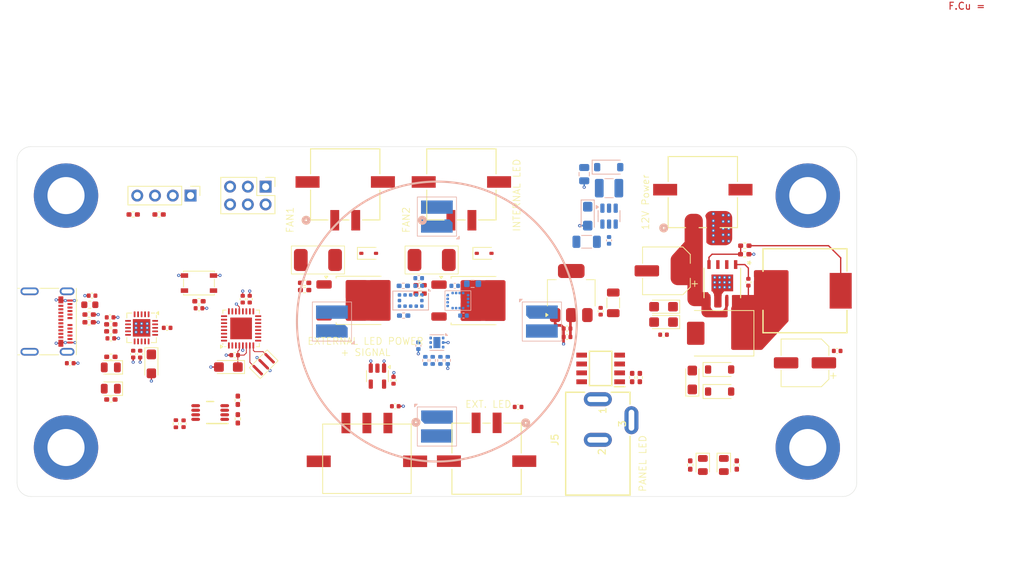
<source format=kicad_pcb>
(kicad_pcb (version 20240108) (generator "pcbnew") (generator_version "8.0")
  (layers (0 "F.Cu" signal) (1 "In1.Cu" signal) (2 "In2.Cu" signal) (31 "B.Cu" signal) (34 "B.Paste" user) (35 "F.Paste" user) (36 "B.SilkS" user "B.Silkscreen") (37 "F.SilkS" user "F.Silkscreen") (38 "B.Mask" user) (39 "F.Mask" user) (44 "Edge.Cuts" user))
  (net 0 "")
  (net 1 "Net-(U1-AREF)")
  (net 2 "GND")
  (net 3 "+5V")
  (net 4 "Net-(C3-Pad1)")
  (net 5 "Net-(C4-Pad1)")
  (net 6 "/MCU/3V3OUT")
  (net 7 "VBUS")
  (net 8 "/Power Supply/12VIN")
  (net 9 "/MCU/~{RESET}")
  (net 10 "+3.3V")
  (net 11 "Net-(U2-~{DTR})")
  (net 12 "+12V")
  (net 13 "Net-(U5-BOOT)")
  (net 14 "Net-(D3-K)")
  (net 15 "Net-(U9-EN)")
  (net 16 "Net-(J1-SHIELD)")
  (net 17 "Net-(D1-A)")
  (net 18 "/MCU/RX_LED")
  (net 19 "Net-(D2-K)")
  (net 20 "Net-(D2-A)")
  (net 21 "Net-(D4-K)")
  (net 22 "/MCU/TX_LED")
  (net 23 "Net-(D5-A)")
  (net 24 "Net-(D6-K)")
  (net 25 "Net-(D6-A)")
  (net 26 "Net-(D9-K)")
  (net 27 "Net-(FB1-Pad1)")
  (net 33 "Net-(J1-CC1)")
  (net 34 "Net-(J1-CC2)")
  (net 40 "/MCU/MISO")
  (net 41 "/MCU/MOSI")
  (net 42 "/MCU/SCK")
  (net 43 "/MCU/SCL")
  (net 44 "/MCU/SDA")
  (net 45 "+5VA")
  (net 46 "/Lighting/DIN_5V")
  (net 47 "Net-(Q1A-G)")
  (net 48 "Net-(Q4-G)")
  (net 49 "Net-(Q5-G)")
  (net 50 "Net-(U2-USBDM)")
  (net 51 "Net-(U2-USBDP)")
  (net 52 "/Power Supply/VSENSE")
  (net 53 "/Lighting/PANEL_LED_PWM")
  (net 54 "/Lighting/INTERNAL_LED_PWM")
  (net 55 "/MCU/PD2")
  (net 56 "/MCU/PD3")
  (net 57 "/Fan/FAN1_PWM")
  (net 58 "/Fan/FAN2_PWM")
  (net 59 "/MCU/A1")
  (net 61 "/MCU/PD7")
  (net 62 "/MCU/A0")
  (net 63 "/MCU/RX_FT232")
  (net 67 "Net-(U1-XTAL1{slash}PB6)")
  (net 68 "/MCU/PD4")
  (net 69 "/MCU/TX_FT232")
  (net 70 "Net-(U1-XTAL2{slash}PB7)")
  (net 71 "/Lighting/LED_EXT_DAT")
  (net 81 "Net-(D10-K)")
  (net 82 "Net-(U13-COMP)")
  (net 83 "Net-(D10-A)")
  (net 84 "Net-(D11-K)")
  (net 85 "Net-(D12-K)")
  (net 86 "Net-(D13-K)")
  (net 87 "Net-(D14-K)")
  (net 88 "Net-(U8-XSHUT)")
  (net 89 "/Sensors/SCL_3V3")
  (net 90 "/Sensors/SDA_3V3")
  (net 91 "Net-(U10-ADD0)")
  (net 92 "Net-(U11-REXT)")
  (net 97 "Net-(J5-Pad2)")
  (footprint "butterfly-footprint-libs:SMD3213-3P" (layer "F.Cu") (at 122.25 110.1 -135)
    (property "Reference" "Y1" (hide yes))
    (property "Value" "16MHz")
  )
  (footprint "butterfly-footprint-libs:DDA8_3P1X2P4-L" (layer "F.Cu") (at 187.785 98.47745 -90)
    (property "Reference" "U5" (hide yes))
    (property "Value" "TPS5450DDAR")
  )
  (footprint "Diode_SMD:D_SOD-323" (layer "F.Cu") (at 153.75 94.25)
    (property "Reference" "D6" (hide yes))
    (property "Value" "B5819WS")
  )
  (footprint "LED_SMD:LED_0805_2012Metric" (layer "F.Cu") (at 185 124.5 -90)
    (property "Reference" "D9" (hide yes))
    (property "Value" "Green")
  )
  (footprint "Resistor_SMD:R_0402_1005Metric_Pad0.72x0.64mm_HandSolder" (layer "F.Cu") (at 118.55 115.25 -90)
    (property "Reference" "R32" (hide yes))
    (property "Value" "2.2k")
  )
  (footprint "Resistor_SMD:R_0402_1005Metric_Pad0.72x0.64mm_HandSolder" (layer "F.Cu") (at 191.001863 93.160589 180)
    (property "Reference" "R9" (hide yes))
    (property "Value" "10k")
  )
  (footprint "Connector_PinHeader_2.54mm:PinHeader_2x03_P2.54mm_Vertical" (layer "F.Cu") (at 122.525 84.725 -90)
    (property "Reference" "J2" (hide yes))
    (property "Value" "AVR-ISP-6")
  )
  (footprint "Diode_SMD:D_SOD-123" (layer "F.Cu") (at 187.400001 110.850001)
    (property "Reference" "D7" (hide yes))
    (property "Value" "MBR0520LT")
  )
  (footprint "Package_TO_SOT_SMD:SOT-23-5" (layer "F.Cu") (at 138.5 111.8 -90)
    (property "Reference" "U4" (hide yes))
    (property "Value" "SN74LVC1G125DBV")
  )
  (footprint "Resistor_SMD:R_0402_1005Metric_Pad0.72x0.64mm_HandSolder" (layer "F.Cu") (at 118.55 117.9 90)
    (property "Reference" "R31" (hide yes))
    (property "Value" "2.2k")
  )
  (footprint "butterfly-footprint-libs:436500312" (layer "F.Cu") (at 137 118.5)
    (property "Reference" "J8" (hide yes))
    (property "Value" "436500312" (hide yes))
  )
  (footprint "LED_SMD:LED_0805_2012Metric" (layer "F.Cu") (at 100.4 113.590001 180)
    (property "Reference" "D1" (hide yes))
    (property "Value" "Green")
  )
  (footprint "Connector_USB:USB_C_Receptacle_Molex_105450-0101" (layer "F.Cu") (at 91.35 104 -90)
    (property "Reference" "J1" (hide yes))
    (property "Value" "1054500101")
  )
  (footprint "Capacitor_Tantalum_SMD:CP_EIA-3216-10_Kemet-I" (layer "F.Cu") (at 117.2 110.5 180)
    (property "Reference" "C6" (hide yes))
    (property "Value" "1uF")
  )
  (footprint "Capacitor_SMD:C_0402_1005Metric" (layer "F.Cu") (at 108.45 104.9)
    (property "Reference" "C16" (hide yes))
    (property "Value" "100nF")
  )
  (footprint "Capacitor_Tantalum_SMD:CP_EIA-3216-10_Kemet-I" (layer "F.Cu") (at 179.385 104.07745 180)
    (property "Reference" "C36" (hide yes))
    (property "Value" "4.7uF")
  )
  (footprint "Capacitor_SMD:C_0402_1005Metric" (layer "F.Cu") (at 94.6 109.95)
    (property "Reference" "C29" (hide yes))
    (property "Value" "10nF")
  )
  (footprint "butterfly-footprint-libs:436500212" (layer "F.Cu") (at 150.5 84.4 180)
    (property "Reference" "J10" (hide yes))
    (property "Value" "436500212")
  )
  (footprint "Capacitor_Tantalum_SMD:CP_EIA-3216-10_Kemet-I" (layer "F.Cu") (at 183.5 112.35 90)
    (property "Reference" "C30" (hide yes))
    (property "Value" "1uF")
  )
  (footprint "Resistor_SMD:R_0402_1005Metric_Pad0.72x0.64mm_HandSolder" (layer "F.Cu") (at 189.850001 124.5 -90)
    (property "Reference" "R15" (hide yes))
    (property "Value" "1k")
  )
  (footprint "Capacitor_SMD:C_0402_1005Metric" (layer "F.Cu") (at 119.25 100.8 90)
    (property "Reference" "C1" (hide yes))
    (property "Value" "100nF")
  )
  (footprint "Capacitor_SMD:C_0402_1005Metric" (layer "F.Cu") (at 191.51 98.37745 -90)
    (property "Reference" "C26" (hide yes))
    (property "Value" "10nF")
  )
  (footprint "Resistor_SMD:R_0402_1005Metric_Pad0.72x0.64mm_HandSolder" (layer "F.Cu") (at 176 112 90)
    (property "Reference" "R12" (hide yes))
    (property "Value" "100")
  )
  (footprint "Diode_SMD:D_SOD-323" (layer "F.Cu") (at 137.25 94.25)
    (property "Reference" "D2" (hide yes))
    (property "Value" "B5819WS")
  )
  (footprint "Resistor_SMD:R_0402_1005Metric_Pad0.72x0.64mm_HandSolder" (layer "F.Cu") (at 113 101.100001 180)
    (property "Reference" "R4" (hide yes))
    (property "Value" "10k")
  )
  (footprint "Resistor_SMD:R_0402_1005Metric_Pad0.72x0.64mm_HandSolder" (layer "F.Cu") (at 144.6 98.81)
    (property "Reference" "R24" (hide yes))
    (property "Value" "100")
  )
  (footprint "Button_Switch_SMD:SW_SPST_PTS810" (layer "F.Cu") (at 113 98.5 180)
    (property "Reference" "SW1" (hide yes))
    (property "Value" "RESET")
  )
  (footprint "butterfly-footprint-libs:0451010.MRL" (layer "F.Cu") (at 146.25 95)
    (property "Reference" "F2" (hide yes))
    (property "Value" "0451010.MRL")
  )
  (footprint "Connector_PinHeader_2.54mm:PinHeader_1x04_P2.54mm_Vertical" (layer "F.Cu") (at 111.8 86 -90)
    (property "Reference" "J4" (hide yes))
    (property "Value" "Conn_01x04")
  )
  (footprint "Capacitor_SMD:C_0402_1005Metric" (layer "F.Cu") (at 103.6 108.65 90)
    (property "Reference" "C5" (hide yes))
    (property "Value" "100nF")
  )
  (footprint "Package_TO_SOT_SMD:TO-252-2" (layer "F.Cu") (at 135.915 100.975)
    (property "Reference" "Q4" (hide yes))
    (property "Value" "NCE3080KA")
  )
  (footprint "Resistor_SMD:R_0402_1005Metric_Pad0.72x0.64mm_HandSolder" (layer "F.Cu") (at 100.4125 115.14 180)
    (property "Reference" "R3" (hide yes))
    (property "Value" "4.7k")
  )
  (footprint "MountingHole:MountingHole_5.3mm_M5_DIN965_Pad" (layer "F.Cu") (at 94 122)
    (property "Reference" "H2" (hide yes))
    (property "Value" "MountingHole_Pad" (hide yes))
  )
  (footprint "Capacitor_SMD:C_0402_1005Metric" (layer "F.Cu") (at 141.05 116.1)
    (property "Reference" "C20" (hide yes))
    (property "Value" "100nF")
  )
  (footprint "Capacitor_SMD:C_0402_1005Metric" (layer "F.Cu") (at 179.385 105.87745)
    (property "Reference" "C25" (hide yes))
    (property "Value" "10nF")
  )
  (footprint "Capacitor_SMD:C_0402_1005Metric" (layer "F.Cu") (at 120.25 100.8 90)
    (property "Reference" "C31" (hide yes))
    (property "Value" "100nF")
  )
  (footprint "Capacitor_SMD:C_0402_1005Metric" (layer "F.Cu") (at 100.3 103.4)
    (property "Reference" "C3" (hide yes))
    (property "Value" "47pF")
  )
  (footprint "Resistor_SMD:R_0402_1005Metric_Pad0.72x0.64mm_HandSolder" (layer "F.Cu") (at 144.6 100 180)
    (property "Reference" "R25" (hide yes))
    (property "Value" "100k")
  )
  (footprint "Resistor_SMD:R_0402_1005Metric" (layer "F.Cu") (at 109.7 118.6 90)
    (property "Reference" "R30" (hide yes))
    (property "Value" "200k")
  )
  (footprint "Resistor_SMD:R_0402_1005Metric_Pad0.72x0.64mm_HandSolder" (layer "F.Cu") (at 97.3 103 180)
    (property "Reference" "R16" (hide yes))
    (property "Value" "5.1k")
  )
  (footprint "Capacitor_SMD:C_0402_1005Metric" (layer "F.Cu") (at 104.6 108.65 90)
    (property "Reference" "C15" (hide yes))
    (property "Value" "100nF")
  )
  (footprint "butterfly-footprint-libs:436500212" (layer "F.Cu") (at 154.1 123.6)
    (property "Reference" "J11" (hide yes))
    (property "Value" "436500212")
  )
  (footprint "Diode_SMD:D_SOD-123" (layer "F.Cu") (at 187.4 114)
    (property "Reference" "D8" (hide yes))
    (property "Value" "MBR0520LT")
  )
  (footprint "Package_TO_SOT_SMD:SOT-223-3_TabPin2" (layer "F.Cu") (at 166.2 99.924999 90)
    (property "Reference" "U7" (hide yes))
    (property "Value" "AMS1117-3.3")
  )
  (footprint "Resistor_SMD:R_0402_1005Metric_Pad0.72x0.64mm_HandSolder" (layer "F.Cu") (at 128.0975 98.468 180)
    (property "Reference" "R7" (hide yes))
    (property "Value" "100k")
  )
  (footprint "Resistor_SMD:R_0402_1005Metric_Pad0.72x0.64mm_HandSolder" (layer "F.Cu") (at 103.6 88.7)
    (property "Reference" "R6" (hide yes))
    (property "Value" "2.2k")
  )
  (footprint "Capacitor_SMD:C_0402_1005Metric" (layer "F.Cu") (at 158.6 116.2)
    (property "Reference" "C22" (hide yes))
    (property "Value" "100nF")
  )
  (footprint "butterfly-footprint-libs:SOIC127P600X175-8N" (layer "F.Cu") (at 170.4 110.7 180)
    (property "Reference" "Q1" (hide yes))
    (property "Value" "FDS8949" (hide yes))
  )
  (footprint "Resistor_SMD:R_0402_1005Metric_Pad0.72x0.64mm_HandSolder" (layer "F.Cu") (at 183.2 124.5 -90)
    (property "Reference" "R27" (hide yes))
    (property "Value" "1k")
  )
  (footprint "Capacitor_Tantalum_SMD:CP_EIA-3216-10_Kemet-I" (layer "F.Cu") (at 179.385 101.87745 180)
    (property "Reference" "C11" (hide yes))
    (property "Value" "4.7uF")
  )
  (footprint "Capacitor_SMD:C_0402_1005Metric" (layer "F.Cu") (at 140.8 112.4 90)
    (property "Reference" "C23" (hide yes))
    (property "Value" "100nF")
  )
  (footprint "Package_TO_SOT_SMD:TO-252-2" (layer "F.Cu") (at 152.34 101.0025)
    (property "Reference" "Q5" (hide yes))
    (property "Value" "NCE3080KA")
  )
  (footprint "MountingHole:MountingHole_5.3mm_M5_DIN965_Pad" (layer "F.Cu") (at 94 86)
    (property "Reference" "H1" (hide yes))
    (property "Value" "MountingHole_Pad" (hide yes))
  )
  (footprint "Package_DFN_QFN:QFN-32-1EP_5x5mm_P0.5mm_EP3.1x3.1mm" (layer "F.Cu") (at 119.02 104.98 90)
    (property "Reference" "U1" (hide yes))
    (property "Value" "ATmega328P-M")
  )
  (footprint "Capacitor_SMD:C_0402_1005Metric" (layer "F.Cu") (at 165.6 106.2 180)
    (property "Reference" "C35" (hide yes))
    (property "Value" "100nF")
  )
  (footprint "Resistor_SMD:R_0402_1005Metric_Pad0.72x0.64mm_HandSolder" (layer "F.Cu") (at 100.4125 109.04 180)
    (property "Reference" "R22" (hide yes))
    (property "Value" "4.7k")
  )
  (footprint "Capacitor_SMD:C_0402_1005Metric" (layer "F.Cu") (at 165.6 105 180)
    (property "Reference" "C34" (hide yes))
    (property "Value" "10uF")
  )
  (footprint "Resistor_SMD:R_0402_1005Metric_Pad0.72x0.64mm_HandSolder" (layer "F.Cu") (at 190.985 94.37745)
    (property "Reference" "R10" (hide yes))
    (property "Value" "3.16k")
  )
  (footprint "Capacitor_SMD:C_0402_1005Metric" (layer "F.Cu") (at 110.8 118.6 -90)
    (property "Reference" "C19" (hide yes))
    (property "Value" "100nF")
  )
  (footprint "Capacitor_SMD:C_0402_1005Metric" (layer "F.Cu") (at 100.4 106.4)
    (property "Reference" "C4" (hide yes))
    (property "Value" "47pF")
  )
  (footprint "LED_SMD:LED_0805_2012Metric" (layer "F.Cu") (at 100.4 110.55 180)
    (property "Reference" "D5" (hide yes))
    (property "Value" "Green")
  )
  (footprint "Capacitor_SMD:C_0402_1005Metric" (layer "F.Cu") (at 113 102.099999)
    (property "Reference" "C12" (hide yes))
    (property "Value" "100nF")
  )
  (footprint "butterfly-footprint-libs:436500212" (layer "F.Cu") (at 185 85.5 180)
    (property "Reference" "J3" (hide yes))
    (property "Value" "436500212")
  )
  (footprint "Inductor_SMD:L_0603_1608Metric" (layer "F.Cu") (at 97.4 101.6)
    (property "Reference" "FB1" (hide yes))
    (property "Value" "150Ω@100MHz")
  )
  (footprint "Capacitor_SMD:CP_Elec_6.3x7.7" (layer "F.Cu") (at 199.6 109.9 180)
    (property "Reference" "C27" (hide yes))
    (property "Value" "330uF")
  )
  (footprint "Capacitor_SMD:C_0402_1005Metric" (layer "F.Cu") (at 170.4 102.524999 90)
    (property "Reference" "C33" (hide yes))
    (property "Value" "100nF")
  )
  (footprint "LED_SMD:LED_0805_2012Metric" (layer "F.Cu") (at 188 124.5 -90)
    (property "Reference" "D4" (hide yes))
    (property "Value" "Yellow")
  )
  (footprint "Resistor_SMD:R_0402_1005Metric_Pad0.72x0.64mm_HandSolder" (layer "F.Cu") (at 128.0975 99.5)
    (property "Reference" "R23" (hide yes))
    (property "Value" "100")
  )
  (footprint "Capacitor_SMD:C_0402_1005Metric" (layer "F.Cu") (at 204.2 108.2)
    (property "Reference" "C28" (hide yes))
    (property "Value" "100nF")
  )
  (footprint "Resistor_SMD:R_0402_1005Metric_Pad0.72x0.64mm_HandSolder" (layer "F.Cu") (at 107.3 88.7 180)
    (property "Reference" "R5" (hide yes))
    (property "Value" "2.2k")
  )
  (footprint "Capacitor_SMD:CP_Elec_6.3x5.4" (layer "F.Cu") (at 179.8 96.75 180)
    (property "Reference" "C10" (hide yes))
    (property "Value" "100uF")
  )
  (footprint "MountingHole:MountingHole_5.3mm_M5_DIN965_Pad" (layer "F.Cu") (at 200 86)
    (property "Reference" "H4" (hide yes))
    (property "Value" "MountingHole_Pad" (hide yes))
  )
  (footprint "butterfly-footprint-libs:694106301002" (layer "F.Cu") (at 170 120.9 90)
    (property "Reference" "J5")
    (property "Value" "694106301002")
  )
  (footprint "Capacitor_Tantalum_SMD:CP_EIA-3216-10_Kemet-I" (layer "F.Cu") (at 106.2 110.05 -90)
    (property "Reference" "C7" (hide yes))
    (property "Value" "4.7uF")
  )
  (footprint "butterfly-footprint-libs:0451010.MRL" (layer "F.Cu") (at 130 95)
    (property "Reference" "F1" (hide yes))
    (property "Value" "0451010.MRL")
  )
  (footprint "Package_DFN_QFN:QFN-20-1EP_4x4mm_P0.5mm_EP2.5x2.5mm" (layer "F.Cu") (at 104.8 104.9 -90)
    (property "Reference" "U2" (hide yes))
    (property "Value" "FT231XQ")
  )
  (footprint "Capacitor_SMD:C_1206_3216Metric" (layer "F.Cu") (at 172.2 101.324999 90)
    (property "Reference" "C32" (hide yes))
    (property "Value" "22uF")
  )
  (footprint "Diode_SMD:D_SMC" (layer "F.Cu") (at 187.385 105.67745 180)
    (property "Reference" "D3" (hide yes))
    (property "Value" "B540C")
  )
  (footprint "butterfly-footprint-libs:DCT0008A_M" (layer "F.Cu") (at 114.6 117 180)
    (property "Reference" "U9" (hide yes))
    (property "Value" "LSF0102DCTR")
  )
  (footprint "Resistor_SMD:R_0402_1005Metric_Pad0.72x0.64mm_HandSolder" (layer "F.Cu") (at 100.4025 104.4)
    (property "Reference" "R2" (hide yes))
    (property "Value" "22")
  )
  (footprint "butterfly-footprint-libs:INDPM120120X800N" (layer "F.Cu") (at 199.6 99.6)
    (property "Reference" "L2" (hide yes))
    (property "Value" "15uH" (hide yes))
  )
  (footprint "Resistor_SMD:R_0402_1005Metric_Pad0.72x0.64mm_HandSolder" (layer "F.Cu") (at 174.9 112 -90)
    (property "Reference" "R11" (hide yes))
    (property "Value" "100k")
  )
  (footprint "Capacitor_SMD:C_0402_1005Metric" (layer "F.Cu") (at 97.72 100.3 180)
    (property "Reference" "C13" (hide yes))
    (property "Value" "10nF")
  )
  (footprint "MountingHole:MountingHole_5.3mm_M5_DIN965_Pad" (layer "F.Cu") (at 200 122)
    (property "Reference" "H3" (hide yes))
    (property "Value" "MountingHole_Pad" (hide yes))
  )
  (footprint "Resistor_SMD:R_0402_1005Metric_Pad0.72x0.64mm_HandSolder" (layer "F.Cu") (at 97.3 104.1)
    (property "Reference" "R26" (hide yes))
    (property "Value" "5.1k")
  )
  (footprint "Resistor_SMD:R_0402_1005Metric_Pad0.72x0.64mm_HandSolder" (layer "F.Cu") (at 100.4025 105.4)
    (property "Reference" "R1" (hide yes))
    (property "Value" "22")
  )
  (footprint "Capacitor_SMD:C_0402_1005Metric" (layer "F.Cu") (at 118.1 108.8 180)
    (property "Reference" "C2" (hide yes))
    (property "Value" "100nF")
  )
  (footprint "butterfly-footprint-libs:436500212" (layer "F.Cu") (at 133.9 84.4 180)
    (property "Reference" "J9" (hide yes))
    (property "Value" "436500212")
  )
  (footprint "Resistor_SMD:R_1206_3216Metric" (layer "B.Cu") (at 168.4 92.6 180)
    (property "Reference" "R13" (hide yes))
    (property "Value" "0.6")
  )
  (footprint "Resistor_SMD:R_0402_1005Metric" (layer "B.Cu") (at 146.4 109.55 90)
    (property "Reference" "R35" (hide yes))
    (property "Value" "0")
  )
  (footprint "Resistor_SMD:R_0603_1608Metric" (layer "B.Cu") (at 152.1 98.6)
    (property "Reference" "R37" (hide yes))
    (property "Value" "3.3M")
  )
  (footprint "Resistor_SMD:R_0402_1005Metric_Pad0.72x0.64mm_HandSolder" (layer "B.Cu") (at 142.2 98.9 180)
    (property "Reference" "R29" (hide yes))
    (property "Value" "10k")
  )
  (footprint "butterfly-footprint-libs:AS7331" (layer "B.Cu") (at 149.25 100 -90)
    (property "Reference" "U11" (hide yes))
    (property "Value" "AS7331")
  )
  (footprint "Capacitor_Tantalum_SMD:CP_EIA-3216-10_Kemet-I" (layer "B.Cu") (at 168.549999 88.9375 -90)
    (property "Reference" "C39" (hide yes))
    (property "Value" "4.7uF")
  )
  (footprint "butterfly-footprint-libs:GW Q9LR33" (layer "B.Cu") (at 162 104)
    (property "Reference" "D14" (hide yes))
    (property "Value" "LED")
  )
  (footprint "Sensor_Distance:ST_VL53L1x" (layer "B.Cu") (at 143.25 101 180)
    (property "Reference" "U8" (hide yes))
    (property "Value" "VL53L0CXV0DH")
  )
  (footprint "Resistor_SMD:R_0402_1005Metric" (layer "B.Cu") (at 147.5 109.55 90)
    (property "Reference" "R34" (hide yes))
    (property "Value" "0")
  )
  (footprint "Capacitor_SMD:C_0402_1005Metric" (layer "B.Cu") (at 144.4 98.9)
    (property "Reference" "C18" (hide yes))
    (property "Value" "100nF")
  )
  (footprint "Diode_SMD:D_SOD-123" (layer "B.Cu") (at 171.549999 81.9375)
    (property "Reference" "D10" (hide yes))
    (property "Value" "MBR0530")
  )
  (footprint "Capacitor_SMD:C_0805_2012Metric" (layer "B.Cu") (at 168.049999 82.9375 -90)
    (property "Reference" "C38" (hide yes))
    (property "Value" "1uF")
  )
  (footprint "Capacitor_SMD:C_0402_1005Metric" (layer "B.Cu") (at 144.35 107.45 90)
    (property "Reference" "C21" (hide yes))
    (property "Value" "100nF")
  )
  (footprint "Package_TO_SOT_SMD:SOT-23-6" (layer "B.Cu") (at 171.6 88.9375 -90)
    (property "Reference" "U13" (hide yes))
    (property "Value" "TPS61165DBV")
  )
  (footprint "Package_SON:WSON-6-1EP_2x2mm_P0.65mm_EP1x1.6mm" (layer "B.Cu") (at 147 107 180)
    (property "Reference" "U10" (hide yes))
    (property "Value" "TMP117AIDRVR")
  )
  (footprint "Resistor_SMD:R_0402_1005Metric" (layer "B.Cu") (at 148.55 109.55 90)
    (property "Reference" "R36" (hide yes))
    (property "Value" "0")
  )
  (footprint "Capacitor_SMD:C_0402_1005Metric" (layer "B.Cu") (at 171.6 92.4 -90)
    (property "Reference" "C40" (hide yes))
    (property "Value" "220nF")
  )
  (footprint "butterfly-footprint-libs:GW Q9LR33" (layer "B.Cu") (at 147 119)
    (property "Reference" "D13" (hide yes))
    (property "Value" "LED")
  )
  (footprint "Capacitor_SMD:C_0402_1005Metric" (layer "B.Cu") (at 150.8 103.15)
    (property "Reference" "C24" (hide yes))
    (property "Value" "100nF")
  )
  (footprint "Inductor_SMD:L_1210_3225Metric" (layer "B.Cu") (at 171.6 84.9375)
    (property "Reference" "L1" (hide yes))
    (property "Value" "10uH")
  )
  (footprint "butterfly-footprint-libs:GW Q9LR33" (layer "B.Cu") (at 147 89 180)
    (property "Reference" "D11" (hide yes))
    (property "Value" "LED")
  )
  (footprint "Resistor_SMD:R_0402_1005Metric_Pad0.72x0.64mm_HandSolder" (layer "B.Cu") (at 142.25 103.15 180)
    (property "Reference" "R28" (hide yes))
    (property "Value" "10k")
  )
  (footprint "butterfly-footprint-libs:GW Q9LR33" (layer "B.Cu") (at 132 104 180)
    (property "Reference" "D12" (hide yes))
    (property "Value" "LED")
  )
  (footprint "Capacitor_SMD:C_0402_1005Metric" (layer "B.Cu") (at 144.4 97.8 180)
    (property "Reference" "C17" (hide yes))
    (property "Value" "4.7uF")
  )
  (footprint "Resistor_SMD:R_0402_1005Metric" (layer "B.Cu") (at 145.35 109.55 90)
    (property "Reference" "R33" (hide yes))
    (property "Value" "0")
  )
  (footprint "Capacitor_SMD:C_0402_1005Metric" (layer "B.Cu") (at 149.55 98.9 180)
    (property "Reference" "C37" (hide yes))
    (property "Value" "100nF")
  )
  (gr_circle (center 147 104) (end 167 104) (stroke (width 0.3)) (fill none) (layer "B.SilkS"))
  (gr_line (start 205 79) (end 89 79) (stroke (width 0.05)) (layer "Edge.Cuts"))
  (gr_line (start 87 81) (end 87 127) (stroke (width 0.05)) (layer "Edge.Cuts"))
  (gr_arc (start 87 81) (mid 87.585786 79.585786) (end 89 79) (stroke (width 0.05)) (layer "Edge.Cuts"))
  (gr_line (start 207 127) (end 207 81) (stroke (width 0.05)) (layer "Edge.Cuts"))
  (gr_arc (start 205 79) (mid 206.414214 79.585786) (end 207 81) (stroke (width 0.05)) (layer "Edge.Cuts"))
  (gr_arc (start 89 129) (mid 87.585786 128.414214) (end 87 127) (stroke (width 0.05)) (layer "Edge.Cuts"))
  (gr_line (start 89 129) (end 205 129) (stroke (width 0.05)) (layer "Edge.Cuts"))
  (gr_arc (start 207 127) (mid 206.414214 128.414214) (end 205 129) (stroke (width 0.05)) (layer "Edge.Cuts"))
  (gr_text "F.Cu = " (at 220 59.5 0) (layer "F.Cu") (effects (font (size 1 1)) (justify left bottom)))
  (gr_text "PANEL LED" (at 177 128.4 90) (layer "F.SilkS") (effects (font (size 1 1) (thickness 0.1)) (justify left bottom)))
  (gr_text "EXTERNAL LED POWER\n+ SIGNAL" (at 136.8 109 0) (layer "F.SilkS") (effects (font (size 1 1) (thickness 0.1)) (justify bottom)))
  (gr_text "12V Power" (at 177.4 91 90) (layer "F.SilkS") (effects (font (size 1 1) (thickness 0.1)) (justify left bottom)))
  (gr_text "EXT. LED" (at 151 116.4 0) (layer "F.SilkS") (effects (font (size 1 1) (thickness 0.1)) (justify left bottom)))
  (gr_text "INTERNAL LED" (at 159 91.2 90) (layer "F.SilkS") (effects (font (size 1 1) (thickness 0.1)) (justify left bottom)))
  (gr_text "FAN1" (at 126.6 91.4 90) (layer "F.SilkS") (effects (font (size 1 1) (thickness 0.1)) (justify left bottom)))
  (gr_text "FAN2" (at 143.2 91.4 90) (layer "F.SilkS") (effects (font (size 1 1) (thickness 0.1)) (justify left bottom)))
  (segment (start 120.25 100.32) (end 120.25 99.65) (width 0.127) (layer "F.Cu") (net 2))
  (segment (start 93.365001 107) (end 93.265 107.100001) (width 0.1905) (layer "F.Cu") (net 2))
  (segment (start 122.25 110.1) (end 123.15 111) (width 0.127) (layer "F.Cu") (net 2))
  (segment (start 92.600001 100.899999) (end 92.6 100.9) (width 0.1905) (layer "F.Cu") (net 2))
  (segment (start 113.48 102.099999) (end 114.099999 102.099999) (width 0.127) (layer "F.Cu") (net 2))
  (segment (start 114.099999 102.099999) (end 114.1 102.1) (width 0.127) (layer "F.Cu") (net 2))
  (segment (start 94.565 107) (end 95.3 107) (width 0.1905) (layer "F.Cu") (net 2))
  (segment (start 103.6 109.13) (end 103.6 109.8) (width 0.1905) (layer "F.Cu") (net 2))
  (segment (start 93.265 100.899999) (end 92.600001 100.899999) (width 0.1905) (layer "F.Cu") (net 2))
  (segment (start 97.8975 103) (end 98.6 103) (width 0.1905) (layer "F.Cu") (net 2))
  (segment (start 122.25 110.1) (end 121.3 109.15) (width 0.127) (layer "F.Cu") (net 2))
  (segment (start 137.550001 110.6625) (end 137.550001 109.650001) (width 0.1905) (layer "F.Cu") (net 2))
  (segment (start 118.77 102.5425) (end 118.77 101.92) (width 0.127) (layer "F.Cu") (net 2))
  (segment (start 118.77 101.92) (end 118.35 101.5) (width 0.127) (layer "F.Cu") (net 2))
  (segment (start 97.24 100.3) (end 96.7 100.3) (width 0.1905) (layer "F.Cu") (net 2))
  (segment (start 115.075 97.425) (end 115.975 97.425) (width 0.127) (layer "F.Cu") (net 2))
  (segment (start 139.449999 110.6625) (end 139.449999 109.650001) (width 0.1905) (layer "F.Cu") (net 2))
  (segment (start 141.53 116.1) (end 142.2 116.1) (width 0.1905) (layer "F.Cu") (net 2))
  (segment (start 110.125 97.425) (end 110.1 97.4) (width 0.127) (layer "F.Cu") (net 2))
  (segment (start 163.9 103.074999) (end 163.9 104.3) (width 0.381) (layer "F.Cu") (net 2))
  (segment (start 119.25 100.32) (end 119.25 99.65) (width 0.127) (layer "F.Cu") (net 2))
  (segment (start 106.2 111.4) (end 106.2 112.5) (width 0.1905) (layer "F.Cu") (net 2))
  (segment (start 94.565 101) (end 93.9 101) (width 0.254) (layer "F.Cu") (net 2))
  (segment (start 139.449999 109.650001) (end 139.45 109.65) (width 0.1905) (layer "F.Cu") (net 2))
  (segment (start 164.75 104.55) (end 165.1 104.9) (width 0.381) (layer "F.Cu") (net 2))
  (segment (start 140.8 111.35) (end 140.85 111.3) (width 0.1905) (layer "F.Cu") (net 2))
  (segment (start 117.62 108.8) (end 116.9 108.8) (width 0.1905) (layer "F.Cu") (net 2))
  (segment (start 163.9 104.3) (end 164.15 104.55) (width 0.381) (layer "F.Cu") (net 2))
  (segment (start 97.8975 104.1) (end 98.6 104.1) (width 0.1905) (layer "F.Cu") (net 2))
  (segment (start 119.27 108.08) (end 119.25 108.1) (width 0.1905) (layer "F.Cu") (net 2))
  (segment (start 94.565 107) (end 93.9 107) (width 0.1905) (layer "F.Cu") (net 2))
  (segment (start 192.27745 94.37745) (end 191.5825 94.37745) (width 0.1905) (layer "F.Cu") (net 2))
  (segment (start 164.15 104.55) (end 164.75 104.55) (width 0.381) (layer "F.Cu") (net 2))
  (segment (start 95.08 109.95) (end 95.7 109.95) (width 0.1905) (layer "F.Cu") (net 2))
  (segment (start 93.9 107) (end 93.365001 107) (width 0.1905) (layer "F.Cu") (net 2))
  (segment (start 140.8 111.92) (end 140.8 111.35) (width 0.1905) (layer "F.Cu") (net 2))
  (segment (start 165.1 104.9) (end 165.1 107.2) (width 0.381) (layer "F.Cu") (net 2))
  (segment (start 104.6 109.13) (end 104.6 109.8) (width 0.1905) (layer "F.Cu") (net 2))
  (segment (start 93.265 107.100001) (end 92.600001 107.100001) (width 0.1905) (layer "F.Cu") (net 2))
  (segment (start 119.27 107.4175) (end 119.27 108.08) (width 0.1905) (layer "F.Cu") (net 2))
  (segment (start 100.78 103.4) (end 101.4 103.4) (width 0.1905) (layer "F.Cu") (net 2))
  (segment (start 92.600001 107.100001) (end 92.6 107.1) (width 0.1905) (layer "F.Cu") (net 2))
  (segment (start 94.565 101) (end 95.2 101) (width 0.254) (layer "F.Cu") (net 2))
  (segment (start 115.975 97.425) (end 116 97.4) (width 0.127) (layer "F.Cu") (net 2))
  (segment (start 115.85 110.5) (end 114.7 110.5) (width 0.1905) (layer "F.Cu") (net 2))
  (segment (start 100.88 106.4) (end 101.5 106.4) (width 0.1905) (layer "F.Cu") (net 2))
  (segment (start 93.9 101) (end 93.365001 101) (width 0.254) (layer "F.Cu") (net 2))
  (segment (start 110.925 97.425) (end 110.125 97.425) (width 0.127) (layer "F.Cu") (net 2))
  (segment (start 137.550001 109.650001) (end 137.55 109.65) (width 0.1905) (layer "F.Cu") (net 2))
  (via (at 105.6 105.5) (size 0.45) (drill 0.2) (layers "F.Cu" "B.Cu") (net 2))
  (via (at 104.8 104.3) (size 0.45) (drill 0.2) (layers "F.Cu" "B.Cu") (net 2))
  (via (at 116 97.4) (size 0.45) (drill 0.2) (layers "F.Cu" "B.Cu") (net 2))
  (via (at 139.45 109.65) (size 0.45) (drill 0.2) (layers "F.Cu" "B.Cu") (net 2))
  (via (at 188.1 97.7) (size 0.45) (drill 0.2) (layers "F.Cu" "B.Cu") (net 2))
  (via (at 188.1 99.1) (size 0.45) (drill 0.2) (layers "F.Cu" "B.Cu") (net 2))
  (via (at 148.6 107) (size 0.45) (drill 0.2) (layers "F.Cu" "B.Cu") (net 2))
  (via (at 118.35 101.5) (size 0.45) (drill 0.2) (layers "F.Cu" "B.Cu") (net 2))
  (via (at 187.9 92.5) (size 0.45) (drill 0.2) (layers "F.Cu" "B.Cu") (net 2))
  (via (at 188.7 90.7) (size 0.45) (drill 0.2) (layers "F.Cu" "B.Cu") (net 2))
  (via (at 192.27745 94.37745) (size 0.45) (drill 0.2) (layers "F.Cu" "B.Cu") (net 2))
  (via (at 93.9 107) (size 0.45) (drill 0.2) (layers "F.Cu" "B.Cu") (net 2))
  (via (at 188.8 99.1) (size 0.45) (drill 0.2) (layers "F.Cu" "B.Cu") (net 2))
  (via (at 168.05 84.8) (size 0.45) (drill 0.2) (layers "F.Cu" "B.Cu") (net 2))
  (via (at 188.8 97.7) (size 0.45) (drill 0.2) (layers "F.Cu" "B.Cu") (net 2))
  (via (at 187.4 99.1) (size 0.45) (drill 0.2) (layers "F.Cu" "B.Cu") (net 2))
  (via (at 186.7 98.4) (size 0.45) (drill 0.2) (layers "F.Cu" "B.Cu") (net 2))
  (via (at 186.5 92.6) (size 0.45) (drill 0.2) (layers "F.Cu" "B.Cu") (net 2))
  (via (at 103.6 109.8) (size 0.45) (drill 0.2) (layers "F.Cu" "B.Cu") (net 2))
  (via (at 188.1 98.4) (size 0.45) (drill 0.2) (layers "F.Cu" "B.Cu") (net 2))
  (via (at 96.7 100.3) (size 0.45) (drill 0.2) (layers "F.Cu" "B.Cu") (net 2))
  (via (at 167.4 90.3) (size 0.45) (drill 0.2) (layers "F.Cu" "B.Cu") (net 2))
  (via (at 187.4 97.7) (size 0.45) (drill 0.2) (layers "F.Cu" "B.Cu") (net 2))
  (via (at 140.85 111.3) (size 0.45) (drill 0.2) (layers "F.Cu" "B.Cu") (net 2))
  (via (at 187.4 98.4) (size 0.45) (drill 0.2) (layers "F.Cu" "B.Cu") (net 2))
  (via (at 187.9 90.7) (size 0.45) (drill 0.2) (layers "F.Cu" "B.Cu") (net 2))
  (via (at 93.9 101) (size 0.45) (drill 0.2) (layers "F.Cu" "B.Cu") (net 2))
  (via (at 186.5 90.3) (size 0.45) (drill 0.2) (layers "F.Cu" "B.Cu") (net 2))
  (via (at 188.7 89.7) (size 0.45) (drill 0.2) (layers "F.Cu" "B.Cu") (net 2))
  (via (at 95.7 109.95) (size 0.45) (drill 0.2) (layers "F.Cu" "B.Cu") (net 2))
  (via (at 148.55 110.7) (size 0.45) (drill 0.2) (layers "F.Cu" "B.Cu") (net 2))
  (via (at 188.7 91.6) (size 0.45) (drill 0.2) (layers "F.Cu" "B.Cu") (net 2))
  (via (at 186.5 91.7) (size 0.45) (drill 0.2) (layers "F.Cu" "B.Cu") (net 2))
  (via (at 110.1 97.4) (size 0.45) (drill 0.2) (layers "F.Cu" "B.Cu") (net 2))
  (via (at 92.6 107.1) (size 0.45) (drill 0.2) (layers "F.Cu" "B.Cu") (net 2))
  (via (at 186.5 88.6) (size 0.45) (drill 0.2) (layers "F.Cu" "B.Cu") (net 2))
  (via (at 123.15 111) (size 0.45) (drill 0.2) (layers "F.Cu" "B.Cu") (net 2))
  (via (at 104 105.5) (size 0.45) (drill 0.2) (layers "F.Cu" "B.Cu") (net 2))
  (via (at 105.6 104.3) (size 0.45) (drill 0.2) (layers "F.Cu" "B.Cu") (net 2))
  (via (at 187.9 91.6) (size 0.45) (drill 0.2) (layers "F.Cu" "B.Cu") (net 2))
  (via (at 137.55 109.65) (size 0.45) (drill 0.2) (layers "F.Cu" "B.Cu") (net 2))
  (via (at 119.25 108.1) (size 0.45) (drill 0.2) (layers "F.Cu" "B.Cu") (net 2))
  (via (at 116.9 108.8) (size 0.45) (drill 0.2) (layers "F.Cu" "B.Cu") (net 2))
  (via (at 188.7 88.8) (size 0.45) (drill 0.2) (layers "F.Cu" "B.Cu") (net 2))
  (via (at 106.2 112.5) (size 0.45) (drill 0.2) (layers "F.Cu" "B.Cu") (net 2))
  (via (at 165.1 107.2) (size 0.45) (drill 0.2) (layers "F.Cu" "B.Cu") (net 2))
  (via (at 114.7 110.5) (size 0.45) (drill 0.2) (layers "F.Cu" "B.Cu") (net 2))
  (via (at 188.8 98.4) (size 0.45) (drill 0.2) (layers "F.Cu" "B.Cu") (net 2))
  (via (at 104.8 104.9) (size 0.45) (drill 0.2) (layers "F.Cu" "B.Cu") (net 2))
  (via (at 187.9 88.8) (size 0.45) (drill 0.2) (layers "F.Cu" "B.Cu") (net 2))
  (via (at 104 104.9) (size 0.45) (drill 0.2) (layers "F.Cu" "B.Cu") (net 2))
  (via (at 104.8 105.5) (size 0.45) (drill 0.2) (layers "F.Cu" "B.Cu") (net 2))
  (via (at 121.3 109.15) (size 0.45) (drill 0.2) (layers "F.Cu" "B.Cu") (net 2))
  (via (at 187.9 89.7) (size 0.45) (drill 0.2) (layers "F.Cu" "B.Cu") (net 2))
  (via (at 95.3 107) (size 0.45) (drill 0.2) (layers "F.Cu" "B.Cu") (net 2))
  (via (at 104.6 109.8) (size 0.45) (drill 0.2) (layers "F.Cu" "B.Cu") (net 2))
  (via (at 186.5 89.6) (size 0.45) (drill 0.2) (layers "F.Cu" "B.Cu") (net 2))
  (via (at 95.2 101) (size 0.45) (drill 0.2) (layers "F.Cu" "B.Cu") (net 2))
  (via (at 98.6 104.1) (size 0.45) (drill 0.2) (layers "F.Cu" "B.Cu") (net 2))
  (via (at 114.1 102.1) (size 0.45) (drill 0.2) (layers "F.Cu" "B.Cu") (net 2))
  (via (at 144.35 108.6) (size 0.45) (drill 0.2) (layers "F.Cu" "B.Cu") (net 2))
  (via (at 98.6 103) (size 0.45) (drill 0.2) (layers "F.Cu" "B.Cu") (net 2))
  (via (at 92.6 100.9) (size 0.45) (drill 0.2) (layers "F.Cu" "B.Cu") (net 2))
  (via (at 142.2 116.1) (size 0.45) (drill 0.2) (layers "F.Cu" "B.Cu") (net 2))
  (via (at 119.25 99.65) (size 0.45) (drill 0.2) (layers "F.Cu" "B.Cu") (net 2))
  (via (at 120.25 99.65) (size 0.45) (drill 0.2) (layers "F.Cu" "B.Cu") (net 2))
  (via (at 105.6 104.9) (size 0.45) (drill 0.2) (layers "F.Cu" "B.Cu") (net 2))
  (via (at 104 104.3) (size 0.45) (drill 0.2) (layers "F.Cu" "B.Cu") (net 2))
  (via (at 186.5 91) (size 0.45) (drill 0.2) (layers "F.Cu" "B.Cu") (net 2))
  (via (at 101.4 103.4) (size 0.45) (drill 0.2) (layers "F.Cu" "B.Cu") (net 2))
  (via (at 186.7 97.7) (size 0.45) (drill 0.2) (layers "F.Cu" "B.Cu") (net 2))
  (via (at 188.7 92.5) (size 0.45) (drill 0.2) (layers "F.Cu" "B.Cu") (net 2))
  (via (at 186.7 99.1) (size 0.45) (drill 0.2) (layers "F.Cu" "B.Cu") (net 2))
  (via (at 101.5 106.4) (size 0.45) (drill 0.2) (layers "F.Cu" "B.Cu") (net 2))
  (segment (start 144.35 107.93) (end 144.35 108.6) (width 0.1905) (layer "B.Cu") (net 2))
  (segment (start 167.4125 90.2875) (end 167.4 90.3) (width 0.254) (layer "B.Cu") (net 2))
  (segment (start 168.049999 83.887499) (end 168.049999 84.799999) (width 0.1905) (layer "B.Cu") (net 2))
  (segment (start 168.549999 90.2875) (end 167.4125 90.2875) (width 0.254) (layer "B.Cu") (net 2))
  (segment (start 147.8875 107) (end 148.6 107) (width 0.1905) (layer "B.Cu") (net 2))
  (segment (start 148.55 110.059999) (end 148.55 110.7) (width 0.1905) (layer "B.Cu") (net 2))
  (segment (start 168.049999 84.799999) (end 168.05 84.8) (width 0.1905) (layer "B.Cu") (net 2))
  (segment (start 119.77 108.48) (end 119.45 108.8) (width 0.127) (layer "F.Cu") (net 3))
  (segment (start 119.77 107.4175) (end 119.77 108.48) (width 0.127) (layer "F.Cu") (net 3))
  (segment (start 118.55 110.5) (end 118.55 108.25) (width 0.127) (layer "F.Cu") (net 3))
  (segment (start 118.77 108.03) (end 118.77 107.4175) (width 0.127) (layer "F.Cu") (net 3))
  (segment (start 118.55 108.25) (end 118.77 108.03) (width 0.127) (layer "F.Cu") (net 3))
  (segment (start 119.45 108.8) (end 118.58 108.8) (width 0.127) (layer "F.Cu") (net 3))
  (segment (start 166.08 106.2) (end 166.08 103.194998) (width 0.381) (layer "F.Cu") (net 10))
  (segment (start 166.08 103.194998) (end 166.2 103.074998) (width 0.381) (layer "F.Cu") (net 10))
  (segment (start 189.69 95.854901) (end 191.004901 95.854901) (width 0.1905) (layer "F.Cu") (net 13))
  (segment (start 191.004901 95.854901) (end 191.51 96.36) (width 0.1905) (layer "F.Cu") (net 13))
  (segment (start 191.51 96.36) (end 191.51 97.89745) (width 0.1905) (layer "F.Cu") (net 13))
  (segment (start 191.51 98.85745) (end 191.51 100.39) (width 0.1905) (layer "F.Cu") (net 14))
  (segment (start 191.51 100.39) (end 191.3 100.6) (width 0.1905) (layer "F.Cu") (net 14))
  (segment (start 202.960589 93.160589) (end 204.700001 94.900001) (width 0.1905) (layer "F.Cu") (net 45))
  (segment (start 191.599363 93.160589) (end 202.960589 93.160589) (width 0.1905) (layer "F.Cu") (net 45))
  (segment (start 204.700001 94.900001) (end 204.700001 99.6) (width 0.1905) (layer "F.Cu") (net 45))
  (segment (start 186.32255 94.37745) (end 190.3875 94.37745) (width 0.1905) (layer "F.Cu") (net 52))
  (segment (start 190.404363 93.160589) (end 190.404363 94.360587) (width 0.1905) (layer "F.Cu") (net 52))
  (segment (start 185.88 94.82) (end 186.32255 94.37745) (width 0.1905) (layer "F.Cu") (net 52))
  (segment (start 185.88 95.854901) (end 185.88 94.82) (width 0.1905) (layer "F.Cu") (net 52))
  (segment (start 190.404363 94.360587) (end 190.3875 94.37745) (width 0.1905) (layer "F.Cu") (net 52))
  (segment (start 120.27 109.82) (end 120.27 107.4175) (width 0.127) (layer "F.Cu") (net 67))
  (segment (start 121.398528 110.948528) (end 120.27 109.82) (width 0.127) (layer "F.Cu") (net 67))
  (segment (start 121.401472 110.948528) (end 121.398528 110.948528) (width 0.127) (layer "F.Cu") (net 67))
  (segment (start 120.77 108.12) (end 120.95 108.3) (width 0.127) (layer "F.Cu") (net 70))
  (segment (start 120.77 107.4175) (end 120.77 108.12) (width 0.127) (layer "F.Cu") (net 70))
  (segment (start 120.95 108.3) (end 122.147056 108.3) (width 0.127) (layer "F.Cu") (net 70))
  (segment (start 122.147056 108.3) (end 123.098528 109.251472) (width 0.127) (layer "F.Cu") (net 70))
  (zone (net 2) (net_name "GND") (layer "F.Cu") (priority 1) (connect_pads yes (clearance 0.5)) (min_thickness 0.25) (fill yes (thermal_gap 0.5) (thermal_bridge_width 0.5) (smoothing fillet) (radius 1))
    (polygon (pts (xy 185.3 88.2) (xy 189.2 88.2) (xy 189.2 93.1) (xy 185.3 93.1)))
  )
  (zone (net 14) (net_name "Net-(D3-K)") (layer "F.Cu") (priority 4) (connect_pads yes (clearance 0.5)) (min_thickness 0.25) (fill yes (thermal_gap 0.5) (thermal_bridge_width 0.5) (smoothing fillet) (radius 0.25))
    (polygon (pts (xy 189.05 100.2) (xy 189.05 108.05) (xy 193.45 108.05) (xy 197.25 103.95) (xy 197.25 96.65) (xy 192.3 96.65) (xy 192.3 100.2)))
  )
  (zone (net 8) (net_name "/Power Supply/12VIN") (layer "F.Cu") (priority 2) (connect_pads yes (clearance 0.5)) (min_thickness 0.25) (fill yes (thermal_gap 0.5) (thermal_bridge_width 0.5) (smoothing fillet) (radius 1))
    (polygon (pts (xy 182.4 88.6) (xy 182.4 92.6) (xy 180.4 94.8) (xy 180.4 98.8) (xy 182.8 98.8) (xy 182.8 101.8) (xy 184.8 101.8) (xy 184.8 103.4) (xy 189.2 103.4) (xy 189.2 99.8) (xy 185 99.8) (xy 185 88.6)))
  )
  (zone (net 2) (net_name "GND") (layer "F.Cu") (priority 3) (connect_pads yes (clearance 0.5)) (min_thickness 0.25) (fill yes (thermal_gap 0.5) (thermal_bridge_width 0.5) (smoothing fillet) (radius 0.25))
    (polygon (pts (xy 186.3 99.57745) (xy 186.6 100.1) (xy 186.6 102) (xy 187.7 102) (xy 187.7 100.1) (xy 188.1 99.6) (xy 188.1 98.8) (xy 186.3 98.8)))
  )
)
</source>
